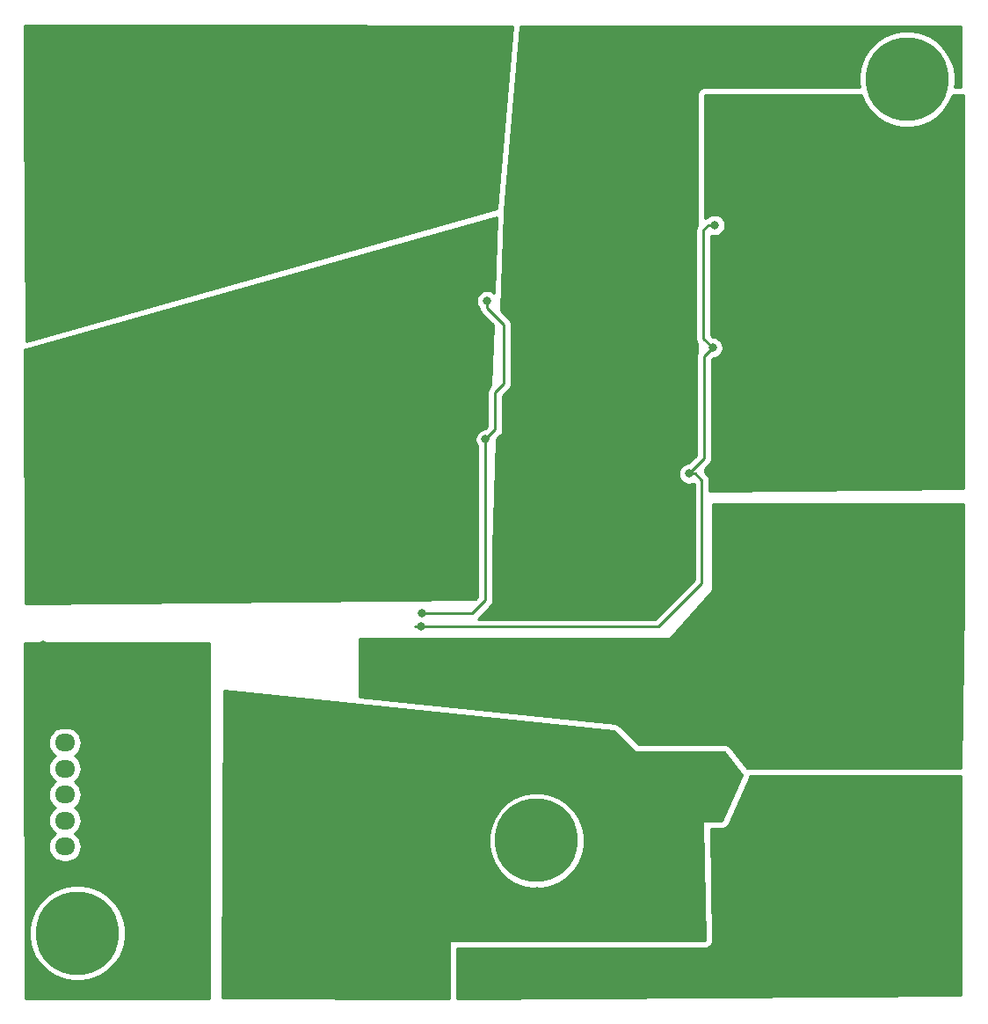
<source format=gbr>
%TF.GenerationSoftware,KiCad,Pcbnew,5.1.4*%
%TF.CreationDate,2019-11-11T17:18:17+01:00*%
%TF.ProjectId,shunt-board,7368756e-742d-4626-9f61-72642e6b6963,rev?*%
%TF.SameCoordinates,Original*%
%TF.FileFunction,Copper,L2,Bot*%
%TF.FilePolarity,Positive*%
%FSLAX46Y46*%
G04 Gerber Fmt 4.6, Leading zero omitted, Abs format (unit mm)*
G04 Created by KiCad (PCBNEW 5.1.4) date 2019-11-11 17:18:17*
%MOMM*%
%LPD*%
G04 APERTURE LIST*
%ADD10C,8.000000*%
%ADD11C,0.900000*%
%ADD12O,1.950000X1.700000*%
%ADD13C,0.100000*%
%ADD14C,1.700000*%
%ADD15C,4.000000*%
%ADD16C,0.800000*%
%ADD17C,0.250000*%
%ADD18C,0.254000*%
G04 APERTURE END LIST*
D10*
X248666000Y-45847000D03*
D11*
X251666000Y-45847000D03*
X250787320Y-47968320D03*
X248666000Y-48847000D03*
X246544680Y-47968320D03*
X245666000Y-45847000D03*
X246544680Y-43725680D03*
X248666000Y-42847000D03*
X250787320Y-43725680D03*
D10*
X212979000Y-119126000D03*
D11*
X215979000Y-119126000D03*
X215100320Y-121247320D03*
X212979000Y-122126000D03*
X210857680Y-121247320D03*
X209979000Y-119126000D03*
X210857680Y-117004680D03*
X212979000Y-116126000D03*
X215100320Y-117004680D03*
X170871720Y-125902720D03*
X168750400Y-125024040D03*
X166629080Y-125902720D03*
X165750400Y-128024040D03*
X166629080Y-130145360D03*
X168750400Y-131024040D03*
X170871720Y-130145360D03*
X171750400Y-128024040D03*
D10*
X168750400Y-128024040D03*
D11*
X177313000Y-48231640D03*
X175191680Y-47352960D03*
X173070360Y-48231640D03*
X172191680Y-50352960D03*
X173070360Y-52474280D03*
X175191680Y-53352960D03*
X177313000Y-52474280D03*
X178191680Y-50352960D03*
D10*
X175191680Y-50352960D03*
D12*
X167538400Y-119693080D03*
X167538400Y-117193080D03*
X167538400Y-114693080D03*
X167538400Y-112193080D03*
X167538400Y-109693080D03*
D13*
G36*
X168287904Y-106344284D02*
G01*
X168312173Y-106347884D01*
X168335971Y-106353845D01*
X168359071Y-106362110D01*
X168381249Y-106372600D01*
X168402293Y-106385213D01*
X168421998Y-106399827D01*
X168440177Y-106416303D01*
X168456653Y-106434482D01*
X168471267Y-106454187D01*
X168483880Y-106475231D01*
X168494370Y-106497409D01*
X168502635Y-106520509D01*
X168508596Y-106544307D01*
X168512196Y-106568576D01*
X168513400Y-106593080D01*
X168513400Y-107793080D01*
X168512196Y-107817584D01*
X168508596Y-107841853D01*
X168502635Y-107865651D01*
X168494370Y-107888751D01*
X168483880Y-107910929D01*
X168471267Y-107931973D01*
X168456653Y-107951678D01*
X168440177Y-107969857D01*
X168421998Y-107986333D01*
X168402293Y-108000947D01*
X168381249Y-108013560D01*
X168359071Y-108024050D01*
X168335971Y-108032315D01*
X168312173Y-108038276D01*
X168287904Y-108041876D01*
X168263400Y-108043080D01*
X166813400Y-108043080D01*
X166788896Y-108041876D01*
X166764627Y-108038276D01*
X166740829Y-108032315D01*
X166717729Y-108024050D01*
X166695551Y-108013560D01*
X166674507Y-108000947D01*
X166654802Y-107986333D01*
X166636623Y-107969857D01*
X166620147Y-107951678D01*
X166605533Y-107931973D01*
X166592920Y-107910929D01*
X166582430Y-107888751D01*
X166574165Y-107865651D01*
X166568204Y-107841853D01*
X166564604Y-107817584D01*
X166563400Y-107793080D01*
X166563400Y-106593080D01*
X166564604Y-106568576D01*
X166568204Y-106544307D01*
X166574165Y-106520509D01*
X166582430Y-106497409D01*
X166592920Y-106475231D01*
X166605533Y-106454187D01*
X166620147Y-106434482D01*
X166636623Y-106416303D01*
X166654802Y-106399827D01*
X166674507Y-106385213D01*
X166695551Y-106372600D01*
X166717729Y-106362110D01*
X166740829Y-106353845D01*
X166764627Y-106347884D01*
X166788896Y-106344284D01*
X166813400Y-106343080D01*
X168263400Y-106343080D01*
X168287904Y-106344284D01*
X168287904Y-106344284D01*
G37*
D14*
X167538400Y-107193080D03*
D15*
X201805680Y-86878960D03*
X189205680Y-86878960D03*
X195505680Y-86878960D03*
X189205680Y-73878960D03*
X195505680Y-73878960D03*
X201805680Y-73878960D03*
X201833680Y-56878960D03*
X201833680Y-43878960D03*
X195533680Y-43878960D03*
X189233680Y-43878960D03*
X195533680Y-56878960D03*
X189233680Y-56878960D03*
X168993680Y-56798960D03*
X175293680Y-56798960D03*
X181593680Y-56798960D03*
X175293680Y-43798960D03*
X181593680Y-43798960D03*
X168993680Y-43798960D03*
X235839000Y-73833000D03*
X242139000Y-73833000D03*
X248439000Y-73833000D03*
X242139000Y-60833000D03*
X248439000Y-60833000D03*
X235839000Y-60833000D03*
X235367500Y-108902500D03*
X241667500Y-108902500D03*
X247967500Y-108902500D03*
X241667500Y-95902500D03*
X247967500Y-95902500D03*
X235367500Y-95902500D03*
X235143000Y-129575500D03*
X241443000Y-129575500D03*
X247743000Y-129575500D03*
X241443000Y-116575500D03*
X247743000Y-116575500D03*
X235143000Y-116575500D03*
X206729800Y-112598200D03*
X219329800Y-112598200D03*
X213029800Y-112598200D03*
X219329800Y-125598200D03*
X213029800Y-125598200D03*
X206729800Y-125598200D03*
D16*
X227965000Y-75692000D03*
X226949000Y-75692000D03*
X225933000Y-75692000D03*
X225933000Y-74676000D03*
X226949000Y-74676000D03*
X227965000Y-74676000D03*
X227965000Y-73660000D03*
X226949000Y-73660000D03*
X225933000Y-73660000D03*
X225933000Y-72644000D03*
X226949000Y-72644000D03*
X227965000Y-72644000D03*
X227965000Y-71628000D03*
X226949000Y-71628000D03*
X225933000Y-71628000D03*
X225933000Y-64008000D03*
X225933000Y-62992000D03*
X225933000Y-61976000D03*
X225933000Y-60960000D03*
X226949000Y-60960000D03*
X226949000Y-61976000D03*
X226949000Y-62992000D03*
X226949000Y-64008000D03*
X227965000Y-64008000D03*
X227965000Y-62992000D03*
X227965000Y-61976000D03*
X227965000Y-60960000D03*
X227965000Y-59944000D03*
X226949000Y-59944000D03*
X225933000Y-59944000D03*
X213106000Y-66294000D03*
X213106000Y-65278000D03*
X213106000Y-64262000D03*
X213106000Y-63246000D03*
X212090000Y-63246000D03*
X212090000Y-64262000D03*
X212090000Y-65278000D03*
X211074000Y-65278000D03*
X211074000Y-64262000D03*
X211074000Y-63246000D03*
X210058000Y-64262000D03*
X210058000Y-65278000D03*
X212090000Y-66294000D03*
X211074000Y-66294000D03*
X210058000Y-66294000D03*
X213106000Y-67310000D03*
X212090000Y-67310000D03*
X211074000Y-67310000D03*
X210058000Y-67310000D03*
X213233000Y-80772000D03*
X212217000Y-80772000D03*
X211201000Y-80772000D03*
X210185000Y-80772000D03*
X210185000Y-79756000D03*
X211201000Y-79756000D03*
X212217000Y-79756000D03*
X213233000Y-79756000D03*
X213233000Y-78740000D03*
X212217000Y-78740000D03*
X211201000Y-78740000D03*
X210185000Y-78740000D03*
X210185000Y-77724000D03*
X211201000Y-77724000D03*
X212217000Y-77724000D03*
X213233000Y-77724000D03*
X213233000Y-76708000D03*
X212217000Y-76708000D03*
X211201000Y-76708000D03*
X210185000Y-76708000D03*
X210058000Y-63246000D03*
X174180500Y-128968500D03*
X179318920Y-133032500D03*
X176104440Y-119897000D03*
X165481000Y-100266500D03*
X179514500Y-106870500D03*
X177571400Y-100482400D03*
X232918000Y-120142000D03*
X231902000Y-120142000D03*
X232918000Y-121158000D03*
X231902000Y-121158000D03*
X231902000Y-122174000D03*
X232918000Y-122174000D03*
X232918000Y-126238000D03*
X231902000Y-126238000D03*
X232918000Y-125222000D03*
X231902000Y-125222000D03*
X232918000Y-124206000D03*
X231902000Y-124206000D03*
X233934000Y-120142000D03*
X233934000Y-121158000D03*
X233934000Y-122174000D03*
X233934000Y-124206000D03*
X233934000Y-125222000D03*
X233934000Y-126238000D03*
X231902000Y-123190000D03*
X232918000Y-123190000D03*
X233934000Y-123190000D03*
X232410000Y-127000000D03*
X233426000Y-127000000D03*
X234950000Y-126238000D03*
X234950000Y-125222000D03*
X234950000Y-124206000D03*
X234950000Y-123190000D03*
X234950000Y-122174000D03*
X234950000Y-121158000D03*
X234950000Y-120142000D03*
X232410000Y-119126000D03*
X233426000Y-119126000D03*
X234442000Y-119126000D03*
X234442000Y-127000000D03*
X229870000Y-106680000D03*
X228854000Y-106680000D03*
X227838000Y-106680000D03*
X225806000Y-106680000D03*
X224790000Y-106680000D03*
X223774000Y-106680000D03*
X229870000Y-107696000D03*
X228854000Y-107696000D03*
X227838000Y-107696000D03*
X225806000Y-107696000D03*
X224790000Y-107696000D03*
X223774000Y-107696000D03*
X226822000Y-107696000D03*
X230886000Y-107696000D03*
X226822000Y-106680000D03*
X230886000Y-106680000D03*
X223774000Y-105664000D03*
X224790000Y-105664000D03*
X225806000Y-105664000D03*
X226822000Y-105664000D03*
X227838000Y-105664000D03*
X228854000Y-105664000D03*
X229870000Y-105664000D03*
X230886000Y-105664000D03*
X231902000Y-106172000D03*
X231902000Y-107188000D03*
X231902000Y-108204000D03*
X232918000Y-107696000D03*
X232918000Y-106680000D03*
X232918000Y-105664000D03*
X230886000Y-104648000D03*
X229870000Y-104648000D03*
X228854000Y-104648000D03*
X227838000Y-104648000D03*
X226822000Y-104648000D03*
X225806000Y-104648000D03*
X224790000Y-104648000D03*
X223774000Y-104648000D03*
X231902000Y-105156000D03*
X207899000Y-76962000D03*
X207899000Y-77978000D03*
X207899000Y-78994000D03*
X207518000Y-65786000D03*
X207518000Y-64770000D03*
X207518000Y-63754000D03*
X208534000Y-63754000D03*
X208534000Y-64770000D03*
X208534000Y-65786000D03*
X208534000Y-62738000D03*
X207518000Y-62738000D03*
X206883000Y-78994000D03*
X206883000Y-77978000D03*
X206883000Y-76962000D03*
X207899000Y-75946000D03*
X206883000Y-75946000D03*
X205867000Y-78486000D03*
X205867000Y-77470000D03*
X205867000Y-76454000D03*
X206502000Y-65278000D03*
X206502000Y-64262000D03*
X206502000Y-63246000D03*
X206502000Y-66294000D03*
X205867000Y-79502000D03*
X205867000Y-80518000D03*
X206502000Y-67310000D03*
X204851000Y-80010000D03*
X204851000Y-78994000D03*
X204851000Y-77978000D03*
X204851000Y-76962000D03*
X204851000Y-75946000D03*
X205867000Y-75438000D03*
X204851000Y-81026000D03*
X205486000Y-66802000D03*
X205486000Y-65786000D03*
X205486000Y-64770000D03*
X205486000Y-63754000D03*
X206502000Y-62230000D03*
X205486000Y-62738000D03*
X205486000Y-67818000D03*
X205867000Y-81534000D03*
X206502000Y-68326000D03*
X206883000Y-74930000D03*
X207899000Y-74930000D03*
X208534000Y-61722000D03*
X207518000Y-61722000D03*
X226822000Y-126492000D03*
X225806000Y-126492000D03*
X229870000Y-114046000D03*
X228854000Y-114046000D03*
X227838000Y-114046000D03*
X225806000Y-114046000D03*
X224790000Y-114046000D03*
X223774000Y-114046000D03*
X229870000Y-113030000D03*
X228854000Y-113030000D03*
X227838000Y-113030000D03*
X225806000Y-113030000D03*
X224790000Y-113030000D03*
X223774000Y-113030000D03*
X226822000Y-120396000D03*
X225806000Y-120396000D03*
X226822000Y-121412000D03*
X225806000Y-121412000D03*
X226822000Y-122428000D03*
X225806000Y-122428000D03*
X226822000Y-123444000D03*
X225806000Y-123444000D03*
X226822000Y-124460000D03*
X225806000Y-124460000D03*
X225806000Y-125476000D03*
X226822000Y-125476000D03*
X224790000Y-125476000D03*
X224790000Y-124460000D03*
X224790000Y-123444000D03*
X224790000Y-122428000D03*
X224790000Y-121412000D03*
X224790000Y-120396000D03*
X226822000Y-113030000D03*
X226822000Y-114046000D03*
X223774000Y-115062000D03*
X224790000Y-115062000D03*
X225806000Y-115062000D03*
X222758000Y-114554000D03*
X222758000Y-113538000D03*
X222250000Y-112522000D03*
X226822000Y-115062000D03*
X227838000Y-115062000D03*
X224790000Y-119380000D03*
X225806000Y-119380000D03*
X226822000Y-119380000D03*
X228854000Y-115062000D03*
X229870000Y-115062000D03*
X229870000Y-116078000D03*
X228854000Y-116078000D03*
X227838000Y-116078000D03*
X226822000Y-116078000D03*
X225806000Y-116078000D03*
X224790000Y-116078000D03*
X223774000Y-116078000D03*
X222758000Y-115570000D03*
X224790000Y-126492000D03*
X223774000Y-126492000D03*
X223774000Y-125476000D03*
X223774000Y-124460000D03*
X223774000Y-123444000D03*
X223774000Y-122428000D03*
X223774000Y-121412000D03*
X223774000Y-120396000D03*
X223774000Y-119380000D03*
X226314000Y-127254000D03*
X225298000Y-127254000D03*
X224282000Y-127254000D03*
X230251000Y-63500000D03*
X230251000Y-62484000D03*
X230251000Y-61468000D03*
X231267000Y-61468000D03*
X231267000Y-62484000D03*
X231267000Y-63500000D03*
X231267000Y-64516000D03*
X230251000Y-64516000D03*
X232283000Y-64008000D03*
X232283000Y-62992000D03*
X232283000Y-61976000D03*
X232283000Y-60960000D03*
X231267000Y-73025000D03*
X231267000Y-74041000D03*
X231267000Y-75057000D03*
X231267000Y-76073000D03*
X232283000Y-75565000D03*
X232283000Y-74549000D03*
X232283000Y-73533000D03*
X232283000Y-72517000D03*
X231775000Y-60198000D03*
X232410000Y-59563000D03*
X233299000Y-63500000D03*
X233299000Y-62484000D03*
X233299000Y-61468000D03*
X233299000Y-60452000D03*
X232283000Y-71374000D03*
X233299000Y-72009000D03*
X233299000Y-75057000D03*
X233299000Y-74041000D03*
X233299000Y-73025000D03*
X230251000Y-73025000D03*
X230251000Y-76073000D03*
X230251000Y-74041000D03*
X230251000Y-75057000D03*
X231521000Y-58801000D03*
X233299000Y-70993000D03*
X231648000Y-70485000D03*
X232537000Y-70485000D03*
X208070000Y-80518000D03*
X208218500Y-67183000D03*
X201930000Y-97282000D03*
X229931500Y-71691500D03*
X230122000Y-59880500D03*
X227662500Y-83820000D03*
X201863960Y-98552000D03*
X224917000Y-75692000D03*
X224917000Y-74676000D03*
X224917000Y-73660000D03*
X224917000Y-72644000D03*
X224917000Y-71628000D03*
X224917000Y-64008000D03*
X224917000Y-62992000D03*
X224917000Y-61976000D03*
X224917000Y-60960000D03*
X224917000Y-59944000D03*
D17*
X209005001Y-79582999D02*
X208070000Y-80518000D01*
X208218500Y-67183000D02*
X208218500Y-67858000D01*
X208218500Y-67858000D02*
X209804000Y-69443500D01*
X209804000Y-75184000D02*
X209005001Y-75982999D01*
X209804000Y-69443500D02*
X209804000Y-75184000D01*
X209005001Y-75982999D02*
X209005001Y-79582999D01*
X208070000Y-95968000D02*
X208070000Y-80518000D01*
X206756000Y-97282000D02*
X208070000Y-95968000D01*
X201930000Y-97282000D02*
X206756000Y-97282000D01*
X230122000Y-71501000D02*
X229931500Y-71691500D01*
X228250000Y-83820000D02*
X228904800Y-84474800D01*
X227662500Y-83820000D02*
X228250000Y-83820000D01*
X228904800Y-84474800D02*
X228904800Y-94386400D01*
X228854000Y-94386400D02*
X224688400Y-98552000D01*
X229552500Y-59880500D02*
X230122000Y-59880500D01*
X229931500Y-71691500D02*
X229071001Y-70831001D01*
X229071001Y-60361999D02*
X229552500Y-59880500D01*
X229071001Y-70831001D02*
X229071001Y-60361999D01*
X229931500Y-71691500D02*
X229108000Y-72515000D01*
X229108000Y-72898000D02*
X229108000Y-82374500D01*
X229108000Y-72515000D02*
X229108000Y-72898000D01*
X229108000Y-82374500D02*
X227662500Y-83820000D01*
X208203800Y-98552000D02*
X201863960Y-98552000D01*
X208203800Y-98552000D02*
X201269600Y-98552000D01*
X224739200Y-98552000D02*
X208203800Y-98552000D01*
D18*
G36*
X208883247Y-66384036D02*
G01*
X208878274Y-66379063D01*
X208708756Y-66265795D01*
X208520398Y-66187774D01*
X208320439Y-66148000D01*
X208116561Y-66148000D01*
X207916602Y-66187774D01*
X207728244Y-66265795D01*
X207558726Y-66379063D01*
X207414563Y-66523226D01*
X207301295Y-66692744D01*
X207223274Y-66881102D01*
X207183500Y-67081061D01*
X207183500Y-67284939D01*
X207223274Y-67484898D01*
X207301295Y-67673256D01*
X207414563Y-67842774D01*
X207457559Y-67885770D01*
X207458500Y-67895322D01*
X207458500Y-67895333D01*
X207469497Y-68006986D01*
X207497775Y-68100205D01*
X207512954Y-68150246D01*
X207583526Y-68282276D01*
X207635003Y-68345000D01*
X207678500Y-68398001D01*
X207707498Y-68421799D01*
X208779919Y-69494221D01*
X208586137Y-75327062D01*
X208494003Y-75419196D01*
X208465000Y-75442998D01*
X208437714Y-75476247D01*
X208370027Y-75558723D01*
X208343540Y-75608277D01*
X208299455Y-75690753D01*
X208255998Y-75834014D01*
X208245001Y-75945667D01*
X208245001Y-75945677D01*
X208241325Y-75982999D01*
X208245001Y-76020322D01*
X208245002Y-79268196D01*
X208030198Y-79483000D01*
X207968061Y-79483000D01*
X207768102Y-79522774D01*
X207579744Y-79600795D01*
X207410226Y-79714063D01*
X207266063Y-79858226D01*
X207152795Y-80027744D01*
X207074774Y-80216102D01*
X207035000Y-80416061D01*
X207035000Y-80619939D01*
X207074774Y-80819898D01*
X207152795Y-81008256D01*
X207266063Y-81177774D01*
X207310001Y-81221712D01*
X207310000Y-95653198D01*
X207068670Y-95894528D01*
X163778799Y-96325692D01*
X163702346Y-71864139D01*
X163736924Y-71864854D01*
X163859490Y-71843098D01*
X209124318Y-59127805D01*
X208883247Y-66384036D01*
X208883247Y-66384036D01*
G37*
X208883247Y-66384036D02*
X208878274Y-66379063D01*
X208708756Y-66265795D01*
X208520398Y-66187774D01*
X208320439Y-66148000D01*
X208116561Y-66148000D01*
X207916602Y-66187774D01*
X207728244Y-66265795D01*
X207558726Y-66379063D01*
X207414563Y-66523226D01*
X207301295Y-66692744D01*
X207223274Y-66881102D01*
X207183500Y-67081061D01*
X207183500Y-67284939D01*
X207223274Y-67484898D01*
X207301295Y-67673256D01*
X207414563Y-67842774D01*
X207457559Y-67885770D01*
X207458500Y-67895322D01*
X207458500Y-67895333D01*
X207469497Y-68006986D01*
X207497775Y-68100205D01*
X207512954Y-68150246D01*
X207583526Y-68282276D01*
X207635003Y-68345000D01*
X207678500Y-68398001D01*
X207707498Y-68421799D01*
X208779919Y-69494221D01*
X208586137Y-75327062D01*
X208494003Y-75419196D01*
X208465000Y-75442998D01*
X208437714Y-75476247D01*
X208370027Y-75558723D01*
X208343540Y-75608277D01*
X208299455Y-75690753D01*
X208255998Y-75834014D01*
X208245001Y-75945667D01*
X208245001Y-75945677D01*
X208241325Y-75982999D01*
X208245001Y-76020322D01*
X208245002Y-79268196D01*
X208030198Y-79483000D01*
X207968061Y-79483000D01*
X207768102Y-79522774D01*
X207579744Y-79600795D01*
X207410226Y-79714063D01*
X207266063Y-79858226D01*
X207152795Y-80027744D01*
X207074774Y-80216102D01*
X207035000Y-80416061D01*
X207035000Y-80619939D01*
X207074774Y-80819898D01*
X207152795Y-81008256D01*
X207266063Y-81177774D01*
X207310001Y-81221712D01*
X207310000Y-95653198D01*
X207068670Y-95894528D01*
X163778799Y-96325692D01*
X163702346Y-71864139D01*
X163736924Y-71864854D01*
X163859490Y-71843098D01*
X209124318Y-59127805D01*
X208883247Y-66384036D01*
G36*
X210681679Y-40766644D02*
G01*
X209176976Y-58321519D01*
X163813903Y-71064409D01*
X163695000Y-47874479D01*
X163695000Y-40695000D01*
X182892699Y-40695000D01*
X210681679Y-40766644D01*
X210681679Y-40766644D01*
G37*
X210681679Y-40766644D02*
X209176976Y-58321519D01*
X163813903Y-71064409D01*
X163695000Y-47874479D01*
X163695000Y-40695000D01*
X182892699Y-40695000D01*
X210681679Y-40766644D01*
G36*
X253873000Y-46609000D02*
G01*
X253240234Y-46609000D01*
X253301000Y-46303508D01*
X253301000Y-45390492D01*
X253122880Y-44495020D01*
X252773484Y-43651504D01*
X252266240Y-42892360D01*
X251620640Y-42246760D01*
X250861496Y-41739516D01*
X250017980Y-41390120D01*
X249122508Y-41212000D01*
X248209492Y-41212000D01*
X247314020Y-41390120D01*
X246470504Y-41739516D01*
X245711360Y-42246760D01*
X245065760Y-42892360D01*
X244558516Y-43651504D01*
X244209120Y-44495020D01*
X244031000Y-45390492D01*
X244031000Y-46303508D01*
X244091766Y-46609000D01*
X229108000Y-46609000D01*
X228984118Y-46621201D01*
X228864996Y-46657336D01*
X228755213Y-46716017D01*
X228658987Y-46794987D01*
X228580017Y-46891213D01*
X228521336Y-47000996D01*
X228485201Y-47120118D01*
X228473000Y-47244000D01*
X228473000Y-59892672D01*
X228436027Y-59937723D01*
X228365455Y-60069753D01*
X228321999Y-60213014D01*
X228307325Y-60361999D01*
X228311002Y-60399331D01*
X228311001Y-70793679D01*
X228307325Y-70831001D01*
X228311001Y-70868323D01*
X228311001Y-70868333D01*
X228321998Y-70979986D01*
X228356868Y-71094939D01*
X228365455Y-71123247D01*
X228436027Y-71255277D01*
X228472124Y-71299261D01*
X228473000Y-71300328D01*
X228473000Y-72090773D01*
X228406544Y-72215102D01*
X228402454Y-72222754D01*
X228358997Y-72366015D01*
X228348000Y-72477668D01*
X228348000Y-72477678D01*
X228344324Y-72515000D01*
X228348000Y-72552322D01*
X228348000Y-72860668D01*
X228348001Y-82059697D01*
X227622699Y-82785000D01*
X227560561Y-82785000D01*
X227360602Y-82824774D01*
X227172244Y-82902795D01*
X227002726Y-83016063D01*
X226858563Y-83160226D01*
X226745295Y-83329744D01*
X226667274Y-83518102D01*
X226627500Y-83718061D01*
X226627500Y-83921939D01*
X226667274Y-84121898D01*
X226745295Y-84310256D01*
X226858563Y-84479774D01*
X227002726Y-84623937D01*
X227172244Y-84737205D01*
X227360602Y-84815226D01*
X227560561Y-84855000D01*
X227764439Y-84855000D01*
X227964398Y-84815226D01*
X228110080Y-84754882D01*
X228144800Y-84789602D01*
X228144801Y-94020797D01*
X224373599Y-97792000D01*
X207320801Y-97792000D01*
X208581004Y-96531798D01*
X208610001Y-96508001D01*
X208704974Y-96392276D01*
X208775546Y-96260247D01*
X208819003Y-96116986D01*
X208830000Y-96005333D01*
X208830000Y-96005332D01*
X208833677Y-95968000D01*
X208830000Y-95930667D01*
X208830000Y-90935650D01*
X209177177Y-80485625D01*
X209516004Y-80146798D01*
X209545002Y-80123000D01*
X209623177Y-80027744D01*
X209639975Y-80007276D01*
X209710547Y-79875246D01*
X209729594Y-79812454D01*
X209754004Y-79731985D01*
X209765001Y-79620332D01*
X209765001Y-79620323D01*
X209768677Y-79583000D01*
X209765001Y-79545677D01*
X209765001Y-76297800D01*
X210315002Y-75747799D01*
X210344001Y-75724001D01*
X210438974Y-75608276D01*
X210509546Y-75476247D01*
X210553003Y-75332986D01*
X210564000Y-75221333D01*
X210564000Y-75221324D01*
X210567676Y-75184001D01*
X210564000Y-75146678D01*
X210564000Y-69480833D01*
X210567677Y-69443500D01*
X210553003Y-69294514D01*
X210509546Y-69151253D01*
X210438974Y-69019224D01*
X210367799Y-68932497D01*
X210344001Y-68903499D01*
X210315004Y-68879702D01*
X209586944Y-68151642D01*
X209904245Y-58600870D01*
X209905944Y-58596617D01*
X209928680Y-58474230D01*
X211446443Y-40767000D01*
X253873000Y-40767000D01*
X253873000Y-46609000D01*
X253873000Y-46609000D01*
G37*
X253873000Y-46609000D02*
X253240234Y-46609000D01*
X253301000Y-46303508D01*
X253301000Y-45390492D01*
X253122880Y-44495020D01*
X252773484Y-43651504D01*
X252266240Y-42892360D01*
X251620640Y-42246760D01*
X250861496Y-41739516D01*
X250017980Y-41390120D01*
X249122508Y-41212000D01*
X248209492Y-41212000D01*
X247314020Y-41390120D01*
X246470504Y-41739516D01*
X245711360Y-42246760D01*
X245065760Y-42892360D01*
X244558516Y-43651504D01*
X244209120Y-44495020D01*
X244031000Y-45390492D01*
X244031000Y-46303508D01*
X244091766Y-46609000D01*
X229108000Y-46609000D01*
X228984118Y-46621201D01*
X228864996Y-46657336D01*
X228755213Y-46716017D01*
X228658987Y-46794987D01*
X228580017Y-46891213D01*
X228521336Y-47000996D01*
X228485201Y-47120118D01*
X228473000Y-47244000D01*
X228473000Y-59892672D01*
X228436027Y-59937723D01*
X228365455Y-60069753D01*
X228321999Y-60213014D01*
X228307325Y-60361999D01*
X228311002Y-60399331D01*
X228311001Y-70793679D01*
X228307325Y-70831001D01*
X228311001Y-70868323D01*
X228311001Y-70868333D01*
X228321998Y-70979986D01*
X228356868Y-71094939D01*
X228365455Y-71123247D01*
X228436027Y-71255277D01*
X228472124Y-71299261D01*
X228473000Y-71300328D01*
X228473000Y-72090773D01*
X228406544Y-72215102D01*
X228402454Y-72222754D01*
X228358997Y-72366015D01*
X228348000Y-72477668D01*
X228348000Y-72477678D01*
X228344324Y-72515000D01*
X228348000Y-72552322D01*
X228348000Y-72860668D01*
X228348001Y-82059697D01*
X227622699Y-82785000D01*
X227560561Y-82785000D01*
X227360602Y-82824774D01*
X227172244Y-82902795D01*
X227002726Y-83016063D01*
X226858563Y-83160226D01*
X226745295Y-83329744D01*
X226667274Y-83518102D01*
X226627500Y-83718061D01*
X226627500Y-83921939D01*
X226667274Y-84121898D01*
X226745295Y-84310256D01*
X226858563Y-84479774D01*
X227002726Y-84623937D01*
X227172244Y-84737205D01*
X227360602Y-84815226D01*
X227560561Y-84855000D01*
X227764439Y-84855000D01*
X227964398Y-84815226D01*
X228110080Y-84754882D01*
X228144800Y-84789602D01*
X228144801Y-94020797D01*
X224373599Y-97792000D01*
X207320801Y-97792000D01*
X208581004Y-96531798D01*
X208610001Y-96508001D01*
X208704974Y-96392276D01*
X208775546Y-96260247D01*
X208819003Y-96116986D01*
X208830000Y-96005333D01*
X208830000Y-96005332D01*
X208833677Y-95968000D01*
X208830000Y-95930667D01*
X208830000Y-90935650D01*
X209177177Y-80485625D01*
X209516004Y-80146798D01*
X209545002Y-80123000D01*
X209623177Y-80027744D01*
X209639975Y-80007276D01*
X209710547Y-79875246D01*
X209729594Y-79812454D01*
X209754004Y-79731985D01*
X209765001Y-79620332D01*
X209765001Y-79620323D01*
X209768677Y-79583000D01*
X209765001Y-79545677D01*
X209765001Y-76297800D01*
X210315002Y-75747799D01*
X210344001Y-75724001D01*
X210438974Y-75608276D01*
X210509546Y-75476247D01*
X210553003Y-75332986D01*
X210564000Y-75221333D01*
X210564000Y-75221324D01*
X210567676Y-75184001D01*
X210564000Y-75146678D01*
X210564000Y-69480833D01*
X210567677Y-69443500D01*
X210553003Y-69294514D01*
X210509546Y-69151253D01*
X210438974Y-69019224D01*
X210367799Y-68932497D01*
X210344001Y-68903499D01*
X210315004Y-68879702D01*
X209586944Y-68151642D01*
X209904245Y-58600870D01*
X209905944Y-58596617D01*
X209928680Y-58474230D01*
X211446443Y-40767000D01*
X253873000Y-40767000D01*
X253873000Y-46609000D01*
G36*
X244558516Y-48042496D02*
G01*
X245065760Y-48801640D01*
X245711360Y-49447240D01*
X246470504Y-49954484D01*
X247314020Y-50303880D01*
X248209492Y-50482000D01*
X249122508Y-50482000D01*
X250017980Y-50303880D01*
X250861496Y-49954484D01*
X251620640Y-49447240D01*
X252266240Y-48801640D01*
X252773484Y-48042496D01*
X253051627Y-47371000D01*
X254127000Y-47371000D01*
X254127000Y-85218276D01*
X229664800Y-85465369D01*
X229664800Y-84512122D01*
X229668476Y-84474799D01*
X229664800Y-84437476D01*
X229664800Y-84437467D01*
X229653803Y-84325814D01*
X229610346Y-84182553D01*
X229539775Y-84050525D01*
X229539774Y-84050523D01*
X229468599Y-83963797D01*
X229444801Y-83934799D01*
X229415804Y-83911002D01*
X229235000Y-83730198D01*
X229235000Y-83322301D01*
X229619003Y-82938299D01*
X229648001Y-82914501D01*
X229742974Y-82798776D01*
X229813546Y-82666747D01*
X229857003Y-82523486D01*
X229868000Y-82411833D01*
X229868000Y-82411825D01*
X229871676Y-82374500D01*
X229868000Y-82337175D01*
X229868000Y-72829801D01*
X229971301Y-72726500D01*
X230033439Y-72726500D01*
X230233398Y-72686726D01*
X230421756Y-72608705D01*
X230591274Y-72495437D01*
X230735437Y-72351274D01*
X230848705Y-72181756D01*
X230926726Y-71993398D01*
X230966500Y-71793439D01*
X230966500Y-71589561D01*
X230926726Y-71389602D01*
X230848705Y-71201244D01*
X230735437Y-71031726D01*
X230591274Y-70887563D01*
X230421756Y-70774295D01*
X230233398Y-70696274D01*
X230033439Y-70656500D01*
X229971301Y-70656500D01*
X229831001Y-70516200D01*
X229831001Y-60877894D01*
X230020061Y-60915500D01*
X230223939Y-60915500D01*
X230423898Y-60875726D01*
X230612256Y-60797705D01*
X230781774Y-60684437D01*
X230925937Y-60540274D01*
X231039205Y-60370756D01*
X231117226Y-60182398D01*
X231157000Y-59982439D01*
X231157000Y-59778561D01*
X231117226Y-59578602D01*
X231039205Y-59390244D01*
X230925937Y-59220726D01*
X230781774Y-59076563D01*
X230612256Y-58963295D01*
X230423898Y-58885274D01*
X230223939Y-58845500D01*
X230020061Y-58845500D01*
X229820102Y-58885274D01*
X229631744Y-58963295D01*
X229462226Y-59076563D01*
X229407705Y-59131084D01*
X229403514Y-59131497D01*
X229260253Y-59174954D01*
X229235000Y-59188452D01*
X229235000Y-47371000D01*
X244280373Y-47371000D01*
X244558516Y-48042496D01*
X244558516Y-48042496D01*
G37*
X244558516Y-48042496D02*
X245065760Y-48801640D01*
X245711360Y-49447240D01*
X246470504Y-49954484D01*
X247314020Y-50303880D01*
X248209492Y-50482000D01*
X249122508Y-50482000D01*
X250017980Y-50303880D01*
X250861496Y-49954484D01*
X251620640Y-49447240D01*
X252266240Y-48801640D01*
X252773484Y-48042496D01*
X253051627Y-47371000D01*
X254127000Y-47371000D01*
X254127000Y-85218276D01*
X229664800Y-85465369D01*
X229664800Y-84512122D01*
X229668476Y-84474799D01*
X229664800Y-84437476D01*
X229664800Y-84437467D01*
X229653803Y-84325814D01*
X229610346Y-84182553D01*
X229539775Y-84050525D01*
X229539774Y-84050523D01*
X229468599Y-83963797D01*
X229444801Y-83934799D01*
X229415804Y-83911002D01*
X229235000Y-83730198D01*
X229235000Y-83322301D01*
X229619003Y-82938299D01*
X229648001Y-82914501D01*
X229742974Y-82798776D01*
X229813546Y-82666747D01*
X229857003Y-82523486D01*
X229868000Y-82411833D01*
X229868000Y-82411825D01*
X229871676Y-82374500D01*
X229868000Y-82337175D01*
X229868000Y-72829801D01*
X229971301Y-72726500D01*
X230033439Y-72726500D01*
X230233398Y-72686726D01*
X230421756Y-72608705D01*
X230591274Y-72495437D01*
X230735437Y-72351274D01*
X230848705Y-72181756D01*
X230926726Y-71993398D01*
X230966500Y-71793439D01*
X230966500Y-71589561D01*
X230926726Y-71389602D01*
X230848705Y-71201244D01*
X230735437Y-71031726D01*
X230591274Y-70887563D01*
X230421756Y-70774295D01*
X230233398Y-70696274D01*
X230033439Y-70656500D01*
X229971301Y-70656500D01*
X229831001Y-70516200D01*
X229831001Y-60877894D01*
X230020061Y-60915500D01*
X230223939Y-60915500D01*
X230423898Y-60875726D01*
X230612256Y-60797705D01*
X230781774Y-60684437D01*
X230925937Y-60540274D01*
X231039205Y-60370756D01*
X231117226Y-60182398D01*
X231157000Y-59982439D01*
X231157000Y-59778561D01*
X231117226Y-59578602D01*
X231039205Y-59390244D01*
X230925937Y-59220726D01*
X230781774Y-59076563D01*
X230612256Y-58963295D01*
X230423898Y-58885274D01*
X230223939Y-58845500D01*
X230020061Y-58845500D01*
X229820102Y-58885274D01*
X229631744Y-58963295D01*
X229462226Y-59076563D01*
X229407705Y-59131084D01*
X229403514Y-59131497D01*
X229260253Y-59174954D01*
X229235000Y-59188452D01*
X229235000Y-47371000D01*
X244280373Y-47371000D01*
X244558516Y-48042496D01*
G36*
X254127000Y-96265040D02*
G01*
X253878938Y-112141000D01*
X233228568Y-112141000D01*
X231641239Y-110100148D01*
X231589013Y-110040987D01*
X231492787Y-109962017D01*
X231383004Y-109903336D01*
X231263882Y-109867201D01*
X231140000Y-109855000D01*
X222810606Y-109855000D01*
X221069803Y-108114197D01*
X221050557Y-108098403D01*
X221028601Y-108086667D01*
X220992763Y-108077643D01*
X220989321Y-108077295D01*
X220921013Y-108008987D01*
X220774594Y-107899733D01*
X220659868Y-107851427D01*
X220537921Y-107826431D01*
X195961000Y-105261163D01*
X195961000Y-99695000D01*
X225806000Y-99695000D01*
X225830776Y-99692560D01*
X225854601Y-99685333D01*
X225876557Y-99673597D01*
X225900921Y-99652374D01*
X229964921Y-95080374D01*
X229979558Y-95060235D01*
X229989984Y-95037627D01*
X229995800Y-95013419D01*
X229997000Y-94996000D01*
X229997000Y-86741000D01*
X254127000Y-86741000D01*
X254127000Y-96265040D01*
X254127000Y-96265040D01*
G37*
X254127000Y-96265040D02*
X253878938Y-112141000D01*
X233228568Y-112141000D01*
X231641239Y-110100148D01*
X231589013Y-110040987D01*
X231492787Y-109962017D01*
X231383004Y-109903336D01*
X231263882Y-109867201D01*
X231140000Y-109855000D01*
X222810606Y-109855000D01*
X221069803Y-108114197D01*
X221050557Y-108098403D01*
X221028601Y-108086667D01*
X220992763Y-108077643D01*
X220989321Y-108077295D01*
X220921013Y-108008987D01*
X220774594Y-107899733D01*
X220659868Y-107851427D01*
X220537921Y-107826431D01*
X195961000Y-105261163D01*
X195961000Y-99695000D01*
X225806000Y-99695000D01*
X225830776Y-99692560D01*
X225854601Y-99685333D01*
X225876557Y-99673597D01*
X225900921Y-99652374D01*
X229964921Y-95080374D01*
X229979558Y-95060235D01*
X229989984Y-95037627D01*
X229995800Y-95013419D01*
X229997000Y-94996000D01*
X229997000Y-86741000D01*
X254127000Y-86741000D01*
X254127000Y-96265040D01*
G36*
X253873000Y-133985822D02*
G01*
X205359000Y-134300848D01*
X205359000Y-129476500D01*
X229298500Y-129476500D01*
X229432687Y-129462160D01*
X229551193Y-129424056D01*
X229659989Y-129363564D01*
X229754892Y-129283010D01*
X229832257Y-129185489D01*
X229889110Y-129074748D01*
X229923266Y-128955044D01*
X229933413Y-128830977D01*
X229753612Y-117983000D01*
X230886000Y-117983000D01*
X230993947Y-117973758D01*
X231113952Y-117940674D01*
X231225197Y-117884815D01*
X231323407Y-117808326D01*
X231404807Y-117714148D01*
X231466270Y-117605898D01*
X233498270Y-113033898D01*
X233534679Y-112903000D01*
X253873000Y-112903000D01*
X253873000Y-133985822D01*
X253873000Y-133985822D01*
G37*
X253873000Y-133985822D02*
X205359000Y-134300848D01*
X205359000Y-129476500D01*
X229298500Y-129476500D01*
X229432687Y-129462160D01*
X229551193Y-129424056D01*
X229659989Y-129363564D01*
X229754892Y-129283010D01*
X229832257Y-129185489D01*
X229889110Y-129074748D01*
X229923266Y-128955044D01*
X229933413Y-128830977D01*
X229753612Y-117983000D01*
X230886000Y-117983000D01*
X230993947Y-117973758D01*
X231113952Y-117940674D01*
X231225197Y-117884815D01*
X231323407Y-117808326D01*
X231404807Y-117714148D01*
X231466270Y-117605898D01*
X233498270Y-113033898D01*
X233534679Y-112903000D01*
X253873000Y-112903000D01*
X253873000Y-133985822D01*
G36*
X181467760Y-134305000D02*
G01*
X163778573Y-134305000D01*
X163758760Y-127567532D01*
X164115400Y-127567532D01*
X164115400Y-128480548D01*
X164293520Y-129376020D01*
X164642916Y-130219536D01*
X165150160Y-130978680D01*
X165795760Y-131624280D01*
X166554904Y-132131524D01*
X167398420Y-132480920D01*
X168293892Y-132659040D01*
X169206908Y-132659040D01*
X170102380Y-132480920D01*
X170945896Y-132131524D01*
X171705040Y-131624280D01*
X172350640Y-130978680D01*
X172857884Y-130219536D01*
X173207280Y-129376020D01*
X173385400Y-128480548D01*
X173385400Y-127567532D01*
X173207280Y-126672060D01*
X172857884Y-125828544D01*
X172350640Y-125069400D01*
X171705040Y-124423800D01*
X170945896Y-123916556D01*
X170102380Y-123567160D01*
X169206908Y-123389040D01*
X168293892Y-123389040D01*
X167398420Y-123567160D01*
X166554904Y-123916556D01*
X165795760Y-124423800D01*
X165150160Y-125069400D01*
X164642916Y-125828544D01*
X164293520Y-126672060D01*
X164115400Y-127567532D01*
X163758760Y-127567532D01*
X163706196Y-109693080D01*
X165921215Y-109693080D01*
X165949887Y-109984191D01*
X166034801Y-110264114D01*
X166172694Y-110522094D01*
X166358266Y-110748214D01*
X166584386Y-110933786D01*
X166601774Y-110943080D01*
X166584386Y-110952374D01*
X166358266Y-111137946D01*
X166172694Y-111364066D01*
X166034801Y-111622046D01*
X165949887Y-111901969D01*
X165921215Y-112193080D01*
X165949887Y-112484191D01*
X166034801Y-112764114D01*
X166172694Y-113022094D01*
X166358266Y-113248214D01*
X166584386Y-113433786D01*
X166601774Y-113443080D01*
X166584386Y-113452374D01*
X166358266Y-113637946D01*
X166172694Y-113864066D01*
X166034801Y-114122046D01*
X165949887Y-114401969D01*
X165921215Y-114693080D01*
X165949887Y-114984191D01*
X166034801Y-115264114D01*
X166172694Y-115522094D01*
X166358266Y-115748214D01*
X166584386Y-115933786D01*
X166601774Y-115943080D01*
X166584386Y-115952374D01*
X166358266Y-116137946D01*
X166172694Y-116364066D01*
X166034801Y-116622046D01*
X165949887Y-116901969D01*
X165921215Y-117193080D01*
X165949887Y-117484191D01*
X166034801Y-117764114D01*
X166172694Y-118022094D01*
X166358266Y-118248214D01*
X166584386Y-118433786D01*
X166601774Y-118443080D01*
X166584386Y-118452374D01*
X166358266Y-118637946D01*
X166172694Y-118864066D01*
X166034801Y-119122046D01*
X165949887Y-119401969D01*
X165921215Y-119693080D01*
X165949887Y-119984191D01*
X166034801Y-120264114D01*
X166172694Y-120522094D01*
X166358266Y-120748214D01*
X166584386Y-120933786D01*
X166842366Y-121071679D01*
X167122289Y-121156593D01*
X167340450Y-121178080D01*
X167736350Y-121178080D01*
X167954511Y-121156593D01*
X168234434Y-121071679D01*
X168492414Y-120933786D01*
X168718534Y-120748214D01*
X168904106Y-120522094D01*
X169041999Y-120264114D01*
X169126913Y-119984191D01*
X169155585Y-119693080D01*
X169126913Y-119401969D01*
X169041999Y-119122046D01*
X168904106Y-118864066D01*
X168718534Y-118637946D01*
X168492414Y-118452374D01*
X168475026Y-118443080D01*
X168492414Y-118433786D01*
X168718534Y-118248214D01*
X168904106Y-118022094D01*
X169041999Y-117764114D01*
X169126913Y-117484191D01*
X169155585Y-117193080D01*
X169126913Y-116901969D01*
X169041999Y-116622046D01*
X168904106Y-116364066D01*
X168718534Y-116137946D01*
X168492414Y-115952374D01*
X168475026Y-115943080D01*
X168492414Y-115933786D01*
X168718534Y-115748214D01*
X168904106Y-115522094D01*
X169041999Y-115264114D01*
X169126913Y-114984191D01*
X169155585Y-114693080D01*
X169126913Y-114401969D01*
X169041999Y-114122046D01*
X168904106Y-113864066D01*
X168718534Y-113637946D01*
X168492414Y-113452374D01*
X168475026Y-113443080D01*
X168492414Y-113433786D01*
X168718534Y-113248214D01*
X168904106Y-113022094D01*
X169041999Y-112764114D01*
X169126913Y-112484191D01*
X169155585Y-112193080D01*
X169126913Y-111901969D01*
X169041999Y-111622046D01*
X168904106Y-111364066D01*
X168718534Y-111137946D01*
X168492414Y-110952374D01*
X168475026Y-110943080D01*
X168492414Y-110933786D01*
X168718534Y-110748214D01*
X168904106Y-110522094D01*
X169041999Y-110264114D01*
X169126913Y-109984191D01*
X169155585Y-109693080D01*
X169126913Y-109401969D01*
X169041999Y-109122046D01*
X168904106Y-108864066D01*
X168718534Y-108637946D01*
X168492414Y-108452374D01*
X168234434Y-108314481D01*
X167954511Y-108229567D01*
X167736350Y-108208080D01*
X167340450Y-108208080D01*
X167122289Y-108229567D01*
X166842366Y-108314481D01*
X166584386Y-108452374D01*
X166358266Y-108637946D01*
X166172694Y-108864066D01*
X166034801Y-109122046D01*
X165949887Y-109401969D01*
X165921215Y-109693080D01*
X163706196Y-109693080D01*
X163695000Y-105886014D01*
X163695000Y-100096320D01*
X181467760Y-100096320D01*
X181467760Y-134305000D01*
X181467760Y-134305000D01*
G37*
X181467760Y-134305000D02*
X163778573Y-134305000D01*
X163758760Y-127567532D01*
X164115400Y-127567532D01*
X164115400Y-128480548D01*
X164293520Y-129376020D01*
X164642916Y-130219536D01*
X165150160Y-130978680D01*
X165795760Y-131624280D01*
X166554904Y-132131524D01*
X167398420Y-132480920D01*
X168293892Y-132659040D01*
X169206908Y-132659040D01*
X170102380Y-132480920D01*
X170945896Y-132131524D01*
X171705040Y-131624280D01*
X172350640Y-130978680D01*
X172857884Y-130219536D01*
X173207280Y-129376020D01*
X173385400Y-128480548D01*
X173385400Y-127567532D01*
X173207280Y-126672060D01*
X172857884Y-125828544D01*
X172350640Y-125069400D01*
X171705040Y-124423800D01*
X170945896Y-123916556D01*
X170102380Y-123567160D01*
X169206908Y-123389040D01*
X168293892Y-123389040D01*
X167398420Y-123567160D01*
X166554904Y-123916556D01*
X165795760Y-124423800D01*
X165150160Y-125069400D01*
X164642916Y-125828544D01*
X164293520Y-126672060D01*
X164115400Y-127567532D01*
X163758760Y-127567532D01*
X163706196Y-109693080D01*
X165921215Y-109693080D01*
X165949887Y-109984191D01*
X166034801Y-110264114D01*
X166172694Y-110522094D01*
X166358266Y-110748214D01*
X166584386Y-110933786D01*
X166601774Y-110943080D01*
X166584386Y-110952374D01*
X166358266Y-111137946D01*
X166172694Y-111364066D01*
X166034801Y-111622046D01*
X165949887Y-111901969D01*
X165921215Y-112193080D01*
X165949887Y-112484191D01*
X166034801Y-112764114D01*
X166172694Y-113022094D01*
X166358266Y-113248214D01*
X166584386Y-113433786D01*
X166601774Y-113443080D01*
X166584386Y-113452374D01*
X166358266Y-113637946D01*
X166172694Y-113864066D01*
X166034801Y-114122046D01*
X165949887Y-114401969D01*
X165921215Y-114693080D01*
X165949887Y-114984191D01*
X166034801Y-115264114D01*
X166172694Y-115522094D01*
X166358266Y-115748214D01*
X166584386Y-115933786D01*
X166601774Y-115943080D01*
X166584386Y-115952374D01*
X166358266Y-116137946D01*
X166172694Y-116364066D01*
X166034801Y-116622046D01*
X165949887Y-116901969D01*
X165921215Y-117193080D01*
X165949887Y-117484191D01*
X166034801Y-117764114D01*
X166172694Y-118022094D01*
X166358266Y-118248214D01*
X166584386Y-118433786D01*
X166601774Y-118443080D01*
X166584386Y-118452374D01*
X166358266Y-118637946D01*
X166172694Y-118864066D01*
X166034801Y-119122046D01*
X165949887Y-119401969D01*
X165921215Y-119693080D01*
X165949887Y-119984191D01*
X166034801Y-120264114D01*
X166172694Y-120522094D01*
X166358266Y-120748214D01*
X166584386Y-120933786D01*
X166842366Y-121071679D01*
X167122289Y-121156593D01*
X167340450Y-121178080D01*
X167736350Y-121178080D01*
X167954511Y-121156593D01*
X168234434Y-121071679D01*
X168492414Y-120933786D01*
X168718534Y-120748214D01*
X168904106Y-120522094D01*
X169041999Y-120264114D01*
X169126913Y-119984191D01*
X169155585Y-119693080D01*
X169126913Y-119401969D01*
X169041999Y-119122046D01*
X168904106Y-118864066D01*
X168718534Y-118637946D01*
X168492414Y-118452374D01*
X168475026Y-118443080D01*
X168492414Y-118433786D01*
X168718534Y-118248214D01*
X168904106Y-118022094D01*
X169041999Y-117764114D01*
X169126913Y-117484191D01*
X169155585Y-117193080D01*
X169126913Y-116901969D01*
X169041999Y-116622046D01*
X168904106Y-116364066D01*
X168718534Y-116137946D01*
X168492414Y-115952374D01*
X168475026Y-115943080D01*
X168492414Y-115933786D01*
X168718534Y-115748214D01*
X168904106Y-115522094D01*
X169041999Y-115264114D01*
X169126913Y-114984191D01*
X169155585Y-114693080D01*
X169126913Y-114401969D01*
X169041999Y-114122046D01*
X168904106Y-113864066D01*
X168718534Y-113637946D01*
X168492414Y-113452374D01*
X168475026Y-113443080D01*
X168492414Y-113433786D01*
X168718534Y-113248214D01*
X168904106Y-113022094D01*
X169041999Y-112764114D01*
X169126913Y-112484191D01*
X169155585Y-112193080D01*
X169126913Y-111901969D01*
X169041999Y-111622046D01*
X168904106Y-111364066D01*
X168718534Y-111137946D01*
X168492414Y-110952374D01*
X168475026Y-110943080D01*
X168492414Y-110933786D01*
X168718534Y-110748214D01*
X168904106Y-110522094D01*
X169041999Y-110264114D01*
X169126913Y-109984191D01*
X169155585Y-109693080D01*
X169126913Y-109401969D01*
X169041999Y-109122046D01*
X168904106Y-108864066D01*
X168718534Y-108637946D01*
X168492414Y-108452374D01*
X168234434Y-108314481D01*
X167954511Y-108229567D01*
X167736350Y-108208080D01*
X167340450Y-108208080D01*
X167122289Y-108229567D01*
X166842366Y-108314481D01*
X166584386Y-108452374D01*
X166358266Y-108637946D01*
X166172694Y-108864066D01*
X166034801Y-109122046D01*
X165949887Y-109401969D01*
X165921215Y-109693080D01*
X163706196Y-109693080D01*
X163695000Y-105886014D01*
X163695000Y-100096320D01*
X181467760Y-100096320D01*
X181467760Y-134305000D01*
G36*
X220414034Y-108579640D02*
G01*
X222414197Y-110579803D01*
X222433443Y-110595597D01*
X222455399Y-110607333D01*
X222479224Y-110614560D01*
X222504000Y-110617000D01*
X231077886Y-110617000D01*
X232771053Y-112793929D01*
X230803466Y-117221000D01*
X229108000Y-117221000D01*
X229083224Y-117223440D01*
X229059399Y-117230667D01*
X229037443Y-117242403D01*
X229018197Y-117258197D01*
X229002403Y-117277443D01*
X228990667Y-117299399D01*
X228983440Y-117323224D01*
X228981017Y-117350105D01*
X229169377Y-128714500D01*
X204724000Y-128714500D01*
X204699224Y-128716940D01*
X204675399Y-128724167D01*
X204653443Y-128735903D01*
X204634197Y-128751697D01*
X204618403Y-128770943D01*
X204606667Y-128792899D01*
X204599440Y-128816724D01*
X204597000Y-128841500D01*
X204597000Y-134300411D01*
X182753540Y-134239356D01*
X182819794Y-118669492D01*
X208344000Y-118669492D01*
X208344000Y-119582508D01*
X208522120Y-120477980D01*
X208871516Y-121321496D01*
X209378760Y-122080640D01*
X210024360Y-122726240D01*
X210783504Y-123233484D01*
X211627020Y-123582880D01*
X212522492Y-123761000D01*
X213435508Y-123761000D01*
X214330980Y-123582880D01*
X215174496Y-123233484D01*
X215933640Y-122726240D01*
X216579240Y-122080640D01*
X217086484Y-121321496D01*
X217435880Y-120477980D01*
X217614000Y-119582508D01*
X217614000Y-118669492D01*
X217435880Y-117774020D01*
X217086484Y-116930504D01*
X216579240Y-116171360D01*
X215933640Y-115525760D01*
X215174496Y-115018516D01*
X214330980Y-114669120D01*
X213435508Y-114491000D01*
X212522492Y-114491000D01*
X211627020Y-114669120D01*
X210783504Y-115018516D01*
X210024360Y-115525760D01*
X209378760Y-116171360D01*
X208871516Y-116930504D01*
X208522120Y-117774020D01*
X208344000Y-118669492D01*
X182819794Y-118669492D01*
X182879402Y-104661884D01*
X220414034Y-108579640D01*
X220414034Y-108579640D01*
G37*
X220414034Y-108579640D02*
X222414197Y-110579803D01*
X222433443Y-110595597D01*
X222455399Y-110607333D01*
X222479224Y-110614560D01*
X222504000Y-110617000D01*
X231077886Y-110617000D01*
X232771053Y-112793929D01*
X230803466Y-117221000D01*
X229108000Y-117221000D01*
X229083224Y-117223440D01*
X229059399Y-117230667D01*
X229037443Y-117242403D01*
X229018197Y-117258197D01*
X229002403Y-117277443D01*
X228990667Y-117299399D01*
X228983440Y-117323224D01*
X228981017Y-117350105D01*
X229169377Y-128714500D01*
X204724000Y-128714500D01*
X204699224Y-128716940D01*
X204675399Y-128724167D01*
X204653443Y-128735903D01*
X204634197Y-128751697D01*
X204618403Y-128770943D01*
X204606667Y-128792899D01*
X204599440Y-128816724D01*
X204597000Y-128841500D01*
X204597000Y-134300411D01*
X182753540Y-134239356D01*
X182819794Y-118669492D01*
X208344000Y-118669492D01*
X208344000Y-119582508D01*
X208522120Y-120477980D01*
X208871516Y-121321496D01*
X209378760Y-122080640D01*
X210024360Y-122726240D01*
X210783504Y-123233484D01*
X211627020Y-123582880D01*
X212522492Y-123761000D01*
X213435508Y-123761000D01*
X214330980Y-123582880D01*
X215174496Y-123233484D01*
X215933640Y-122726240D01*
X216579240Y-122080640D01*
X217086484Y-121321496D01*
X217435880Y-120477980D01*
X217614000Y-119582508D01*
X217614000Y-118669492D01*
X217435880Y-117774020D01*
X217086484Y-116930504D01*
X216579240Y-116171360D01*
X215933640Y-115525760D01*
X215174496Y-115018516D01*
X214330980Y-114669120D01*
X213435508Y-114491000D01*
X212522492Y-114491000D01*
X211627020Y-114669120D01*
X210783504Y-115018516D01*
X210024360Y-115525760D01*
X209378760Y-116171360D01*
X208871516Y-116930504D01*
X208522120Y-117774020D01*
X208344000Y-118669492D01*
X182819794Y-118669492D01*
X182879402Y-104661884D01*
X220414034Y-108579640D01*
M02*

</source>
